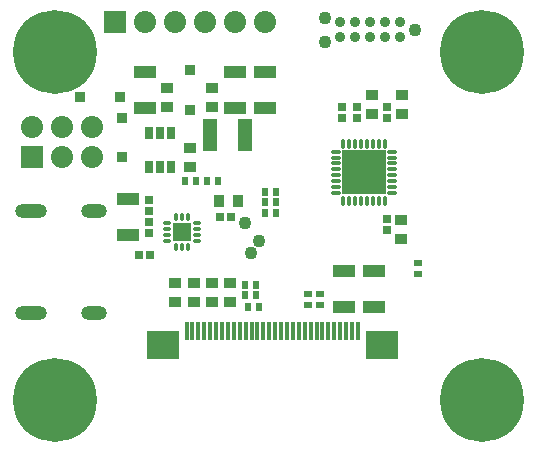
<source format=gbs>
G04 Layer_Color=16711935*
%FSLAX25Y25*%
%MOIN*%
G70*
G01*
G75*
%ADD53R,0.02559X0.02362*%
%ADD54C,0.04294*%
%ADD55C,0.27953*%
%ADD56C,0.07394*%
%ADD57R,0.07394X0.07394*%
%ADD58O,0.10630X0.04724*%
%ADD59O,0.08661X0.04724*%
%ADD60C,0.04331*%
%ADD61C,0.03494*%
%ADD62R,0.02756X0.03937*%
%ADD63R,0.03740X0.03740*%
%ADD64R,0.10827X0.09449*%
%ADD65R,0.01575X0.05905*%
%ADD66R,0.02362X0.02559*%
%ADD67O,0.03740X0.01378*%
%ADD68O,0.01378X0.03740*%
%ADD69R,0.14567X0.14567*%
%ADD70O,0.01378X0.02953*%
%ADD71O,0.02953X0.01378*%
%ADD72R,0.06102X0.06102*%
%ADD73R,0.04724X0.10787*%
%ADD74R,0.07283X0.04331*%
%ADD75R,0.04134X0.03740*%
%ADD76R,0.02913X0.02913*%
%ADD77R,0.03740X0.03740*%
%ADD78R,0.02913X0.02913*%
%ADD79R,0.03740X0.04134*%
D53*
X236000Y157130D02*
D03*
Y160870D02*
D03*
X203500Y146630D02*
D03*
Y150370D02*
D03*
X199500Y146630D02*
D03*
Y150370D02*
D03*
D54*
X205000Y234500D02*
D03*
Y242500D02*
D03*
X235000Y238500D02*
D03*
D55*
X115000Y115000D02*
D03*
X257500Y231000D02*
D03*
Y115000D02*
D03*
X115000Y231000D02*
D03*
D56*
X127500Y206000D02*
D03*
Y196000D02*
D03*
X117500Y206000D02*
D03*
Y196000D02*
D03*
X107500Y206000D02*
D03*
X145000Y241000D02*
D03*
X155000D02*
D03*
X165000D02*
D03*
X175000D02*
D03*
X185000D02*
D03*
D57*
X107500Y196000D02*
D03*
X135000Y241000D02*
D03*
D58*
X107026Y143992D02*
D03*
Y178008D02*
D03*
D59*
X128128Y143992D02*
D03*
Y178008D02*
D03*
D60*
X178500Y174000D02*
D03*
X180500Y164000D02*
D03*
X183000Y168000D02*
D03*
D61*
X230000Y236000D02*
D03*
X225000D02*
D03*
X220000D02*
D03*
X215000D02*
D03*
X210000D02*
D03*
Y241000D02*
D03*
X215000D02*
D03*
X220000D02*
D03*
X225000D02*
D03*
X230000D02*
D03*
D62*
X153740Y204110D02*
D03*
X150000D02*
D03*
X146260D02*
D03*
Y192890D02*
D03*
X150000D02*
D03*
X153740D02*
D03*
D63*
X123406Y216000D02*
D03*
X136594D02*
D03*
D64*
X224016Y133315D02*
D03*
X150984D02*
D03*
D65*
X216043Y138236D02*
D03*
X214075D02*
D03*
X210138D02*
D03*
X208169D02*
D03*
X206201D02*
D03*
X202264D02*
D03*
X200295D02*
D03*
X198327D02*
D03*
X194390D02*
D03*
X192421D02*
D03*
X190453D02*
D03*
X184547D02*
D03*
X182579D02*
D03*
X180610D02*
D03*
X176673D02*
D03*
X174705D02*
D03*
X172736D02*
D03*
X168799D02*
D03*
X166831D02*
D03*
X164862D02*
D03*
X160925D02*
D03*
X158957D02*
D03*
X212106D02*
D03*
X204232D02*
D03*
X196358D02*
D03*
X188484D02*
D03*
X186516D02*
D03*
X178642D02*
D03*
X170768D02*
D03*
X162894D02*
D03*
D66*
X178260Y150000D02*
D03*
X182000D02*
D03*
X162000Y188000D02*
D03*
X158260D02*
D03*
X169500D02*
D03*
X165760D02*
D03*
X188870Y184500D02*
D03*
X185130D02*
D03*
X188870Y181000D02*
D03*
X185130D02*
D03*
X188870Y177500D02*
D03*
X185130D02*
D03*
X178260Y153500D02*
D03*
X182000D02*
D03*
X179260Y146000D02*
D03*
X183000D02*
D03*
D67*
X227575Y197890D02*
D03*
Y195921D02*
D03*
Y193953D02*
D03*
Y191984D02*
D03*
Y190016D02*
D03*
Y188047D02*
D03*
Y186079D02*
D03*
Y184110D02*
D03*
X208677D02*
D03*
Y186079D02*
D03*
Y188047D02*
D03*
Y190016D02*
D03*
Y191984D02*
D03*
Y193953D02*
D03*
Y195921D02*
D03*
Y197890D02*
D03*
D68*
X225016Y181551D02*
D03*
X223047D02*
D03*
X221079D02*
D03*
X219110D02*
D03*
X217142D02*
D03*
X215173D02*
D03*
X213205D02*
D03*
X211236D02*
D03*
Y200449D02*
D03*
X213205D02*
D03*
X215173D02*
D03*
X217142D02*
D03*
X219110D02*
D03*
X221079D02*
D03*
X223047D02*
D03*
X225016D02*
D03*
D69*
X218126Y191000D02*
D03*
D70*
X155532Y176000D02*
D03*
X157500D02*
D03*
X159468D02*
D03*
Y166157D02*
D03*
X157500D02*
D03*
X155532D02*
D03*
D71*
X162421Y174031D02*
D03*
Y172063D02*
D03*
Y170095D02*
D03*
Y168126D02*
D03*
X152579D02*
D03*
Y170095D02*
D03*
Y172063D02*
D03*
Y174031D02*
D03*
D72*
X157500Y171079D02*
D03*
D73*
X178327Y203500D02*
D03*
X166673D02*
D03*
D74*
X211500Y158004D02*
D03*
Y145996D02*
D03*
X175000Y224504D02*
D03*
Y212496D02*
D03*
X185000Y224504D02*
D03*
Y212496D02*
D03*
X145000Y224504D02*
D03*
Y212496D02*
D03*
X139500Y182004D02*
D03*
Y169996D02*
D03*
X221500Y158004D02*
D03*
Y145996D02*
D03*
D75*
X161500Y154150D02*
D03*
Y147850D02*
D03*
X167500Y212850D02*
D03*
Y219150D02*
D03*
X152500Y212850D02*
D03*
Y219150D02*
D03*
X160000Y192850D02*
D03*
Y199150D02*
D03*
X230626Y210350D02*
D03*
Y216650D02*
D03*
X230500Y175150D02*
D03*
Y168850D02*
D03*
X220626Y210350D02*
D03*
Y216650D02*
D03*
X173500Y147850D02*
D03*
Y154150D02*
D03*
X167500Y147850D02*
D03*
Y154150D02*
D03*
X155000Y154150D02*
D03*
Y147850D02*
D03*
D76*
X215626Y209228D02*
D03*
Y212772D02*
D03*
X210626Y209228D02*
D03*
Y212772D02*
D03*
X146500Y181772D02*
D03*
Y178228D02*
D03*
Y170728D02*
D03*
Y174272D02*
D03*
X225626Y209228D02*
D03*
Y212772D02*
D03*
Y175272D02*
D03*
Y171728D02*
D03*
D77*
X160000Y225095D02*
D03*
Y211906D02*
D03*
X137500Y196000D02*
D03*
Y209189D02*
D03*
D78*
X146772Y163500D02*
D03*
X143228D02*
D03*
X170228Y176000D02*
D03*
X173772D02*
D03*
D79*
X169850Y181500D02*
D03*
X176150D02*
D03*
M02*

</source>
